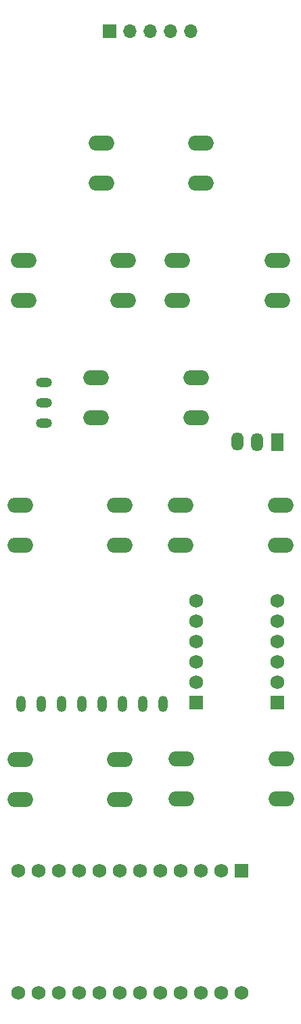
<source format=gbr>
%TF.GenerationSoftware,KiCad,Pcbnew,8.0.6*%
%TF.CreationDate,2025-03-08T22:03:20-06:00*%
%TF.ProjectId,fullycustomcontrolle one handv4,66756c6c-7963-4757-9374-6f6d636f6e74,rev?*%
%TF.SameCoordinates,Original*%
%TF.FileFunction,Soldermask,Bot*%
%TF.FilePolarity,Negative*%
%FSLAX46Y46*%
G04 Gerber Fmt 4.6, Leading zero omitted, Abs format (unit mm)*
G04 Created by KiCad (PCBNEW 8.0.6) date 2025-03-08 22:03:20*
%MOMM*%
%LPD*%
G01*
G04 APERTURE LIST*
G04 Aperture macros list*
%AMRoundRect*
0 Rectangle with rounded corners*
0 $1 Rounding radius*
0 $2 $3 $4 $5 $6 $7 $8 $9 X,Y pos of 4 corners*
0 Add a 4 corners polygon primitive as box body*
4,1,4,$2,$3,$4,$5,$6,$7,$8,$9,$2,$3,0*
0 Add four circle primitives for the rounded corners*
1,1,$1+$1,$2,$3*
1,1,$1+$1,$4,$5*
1,1,$1+$1,$6,$7*
1,1,$1+$1,$8,$9*
0 Add four rect primitives between the rounded corners*
20,1,$1+$1,$2,$3,$4,$5,0*
20,1,$1+$1,$4,$5,$6,$7,0*
20,1,$1+$1,$6,$7,$8,$9,0*
20,1,$1+$1,$8,$9,$2,$3,0*%
G04 Aperture macros list end*
%ADD10O,1.200000X2.000000*%
%ADD11O,3.200000X1.900000*%
%ADD12O,2.000000X1.200000*%
%ADD13R,1.752600X1.752600*%
%ADD14C,1.752600*%
%ADD15R,1.700000X1.700000*%
%ADD16O,1.700000X1.700000*%
%ADD17C,1.728000*%
%ADD18RoundRect,0.102000X0.762000X0.762000X-0.762000X0.762000X-0.762000X-0.762000X0.762000X-0.762000X0*%
%ADD19R,1.500000X2.300000*%
%ADD20O,1.500000X2.300000*%
G04 APERTURE END LIST*
D10*
%TO.C,MPU1*%
X180630000Y-110640000D03*
X183170000Y-110640000D03*
X185710000Y-110640000D03*
X188250000Y-110640000D03*
X190790000Y-110640000D03*
X193330000Y-110640000D03*
X195870000Y-110640000D03*
X198410000Y-110640000D03*
%TD*%
D11*
%TO.C,SW8*%
X200225000Y-55245000D03*
X212725000Y-55245000D03*
X200225000Y-60245000D03*
X212725000Y-60245000D03*
%TD*%
D12*
%TO.C,SW5*%
X183515000Y-70485000D03*
X183515000Y-73025000D03*
X183515000Y-75565000D03*
%TD*%
D11*
%TO.C,SW6*%
X193475000Y-60245000D03*
X180975000Y-60245000D03*
X193475000Y-55245000D03*
X180975000Y-55245000D03*
%TD*%
D13*
%TO.C,U1*%
X208280000Y-131445000D03*
D14*
X205740000Y-131445000D03*
X203200000Y-131445000D03*
X200660000Y-131445000D03*
X198120000Y-131445000D03*
X195580000Y-131445000D03*
X193040000Y-131445000D03*
X190500000Y-131445000D03*
X187960000Y-131445000D03*
X185420000Y-131445000D03*
X182880000Y-131445000D03*
X180340000Y-131445000D03*
X180340000Y-146685000D03*
X182880000Y-146685000D03*
X185420000Y-146685000D03*
X187960000Y-146685000D03*
X190500000Y-146685000D03*
X193040000Y-146685000D03*
X195580000Y-146685000D03*
X198120000Y-146685000D03*
X200660000Y-146685000D03*
X203200000Y-146685000D03*
X205740000Y-146685000D03*
X208280000Y-146685000D03*
%TD*%
D11*
%TO.C,SW9*%
X190065000Y-69930000D03*
X202565000Y-69930000D03*
X190065000Y-74930000D03*
X202565000Y-74930000D03*
%TD*%
%TO.C,SW7*%
X180540000Y-85805000D03*
X193040000Y-85805000D03*
X180540000Y-90805000D03*
X193040000Y-90805000D03*
%TD*%
D15*
%TO.C,J1*%
X191770000Y-26670000D03*
D16*
X194310000Y-26670000D03*
X196850000Y-26670000D03*
X199390000Y-26670000D03*
X201930000Y-26670000D03*
%TD*%
D11*
%TO.C,SW1*%
X200660000Y-85805000D03*
X213160000Y-85805000D03*
X200660000Y-90805000D03*
X213160000Y-90805000D03*
%TD*%
D17*
%TO.C,U3*%
X202565000Y-102870000D03*
X212725000Y-102870000D03*
X202565000Y-105410000D03*
D18*
X202565000Y-110490000D03*
D17*
X202565000Y-107950000D03*
X202565000Y-100330000D03*
X202565000Y-97790000D03*
X212725000Y-105410000D03*
D18*
X212725000Y-110490000D03*
D17*
X212725000Y-107950000D03*
X212725000Y-100330000D03*
X212725000Y-97790000D03*
%TD*%
D11*
%TO.C,SW2*%
X213260000Y-122515000D03*
X200760000Y-122515000D03*
X213260000Y-117515000D03*
X200760000Y-117515000D03*
%TD*%
%TO.C,SW3*%
X203200000Y-45640000D03*
X190700000Y-45640000D03*
X203200000Y-40640000D03*
X190700000Y-40640000D03*
%TD*%
D19*
%TO.C,U2*%
X212735000Y-77925000D03*
D20*
X210235000Y-77925000D03*
X207735000Y-77875000D03*
%TD*%
D11*
%TO.C,SW4*%
X180540000Y-117555000D03*
X193040000Y-117555000D03*
X180540000Y-122555000D03*
X193040000Y-122555000D03*
%TD*%
M02*

</source>
